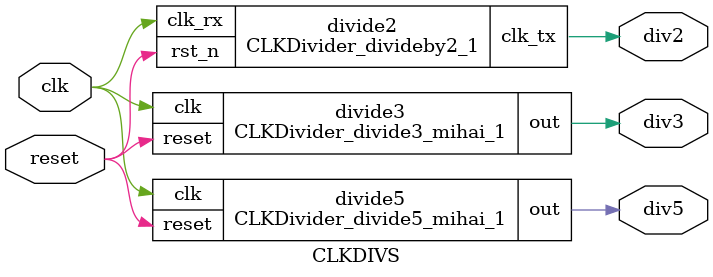
<source format=v>


module CLKDivider_divideby2_1 ( rst_n, clk_rx, clk_tx );
  input rst_n, clk_rx;
  output clk_tx;
  wire   N4;

  SC8T_DFFQX1_CSC28L clk_tx_reg ( .D(N4), .CLK(clk_rx), .Q(clk_tx) );
  SC8T_NR2IAX1_MR_CSC28L U3 ( .A(rst_n), .B(clk_tx), .Z(N4) );
endmodule


module CLKDivider_divide3_mihai_1 ( reset, clk, out );
  input reset, clk;
  output out;
  wire   mid_1, mid_2, N6, N7, n1, n2;

  SC8T_DFFQX1_CSC28L mid_1_reg ( .D(N6), .CLK(clk), .Q(mid_1) );
  SC8T_DFFQX1_CSC28L mid_2_reg ( .D(N7), .CLK(clk), .Q(mid_2) );
  SC8T_INVX1_MR_CSC28L U3 ( .A(reset), .Z(n1) );
  SC8T_NR3X1_CSC24L U4 ( .A(mid_1), .B(mid_2), .C(n1), .Z(N6) );
  SC8T_INVX1_MR_CSC28L U5 ( .A(mid_1), .Z(n2) );
  SC8T_AOI21X1_MR_CSC24L U6 ( .B1(mid_2), .B2(n2), .A(n1), .Z(N7) );
  SC8T_AO21IAX1_MR_CSC28L U7 ( .B1(mid_2), .B2(clk), .A(n2), .Z(out) );
endmodule


module CLKDivider_divide5_mihai_1 ( reset, clk, out );
  input reset, clk;
  output out;
  wire   mid_2, mid_3, mid_1, N5, N6, N7, n1, n2;

  SC8T_DFFQX1_CSC28L mid_2_reg ( .D(N6), .CLK(clk), .Q(mid_2) );
  SC8T_DFFQX1_CSC28L mid_1_reg ( .D(N5), .CLK(clk), .Q(mid_1) );
  SC8T_DFFQX1_CSC28L mid_3_reg ( .D(N7), .CLK(clk), .Q(mid_3) );
  SC8T_INVX1_MR_CSC28L U3 ( .A(mid_2), .Z(n2) );
  SC8T_INVX1_MR_CSC28L U4 ( .A(reset), .Z(n1) );
  SC8T_NR2X1_CSC24L U5 ( .A(n2), .B(n1), .Z(N7) );
  SC8T_NR3X1_CSC24L U6 ( .A(mid_3), .B(mid_1), .C(n1), .Z(N6) );
  SC8T_AN3X1_MR_CSC28L U7 ( .A(n2), .B(mid_3), .C(reset), .Z(N5) );
  SC8T_AO21IAX1_MR_CSC28L U8 ( .B1(mid_3), .B2(clk), .A(n2), .Z(out) );
endmodule


module CLKDIVS ( reset, clk, div2, div3, div5 );
  input reset, clk;
  output div2, div3, div5;


  CLKDivider_divideby2_1 divide2 ( .rst_n(reset), .clk_rx(clk), .clk_tx(div2)
         );
  CLKDivider_divide3_mihai_1 divide3 ( .reset(reset), .clk(clk), .out(div3) );
  CLKDivider_divide5_mihai_1 divide5 ( .reset(reset), .clk(clk), .out(div5) );
endmodule


</source>
